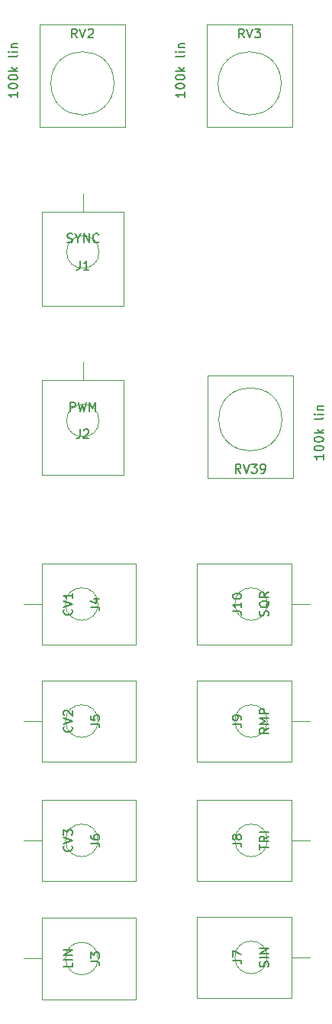
<source format=gbr>
G04 #@! TF.GenerationSoftware,KiCad,Pcbnew,(5.0.1)-4*
G04 #@! TF.CreationDate,2019-03-05T01:35:27-06:00*
G04 #@! TF.ProjectId,VCO,56434F2E6B696361645F706362000000,rev?*
G04 #@! TF.SameCoordinates,Original*
G04 #@! TF.FileFunction,Other,Fab,Top*
%FSLAX46Y46*%
G04 Gerber Fmt 4.6, Leading zero omitted, Abs format (unit mm)*
G04 Created by KiCad (PCBNEW (5.0.1)-4) date 3/5/2019 1:35:27*
%MOMM*%
%LPD*%
G01*
G04 APERTURE LIST*
%ADD10C,0.100000*%
%ADD11C,0.150000*%
G04 APERTURE END LIST*
D10*
G04 #@! TO.C,J9*
X166082000Y135056000D02*
X176482000Y135056000D01*
X166082000Y126056000D02*
X176482000Y126056000D01*
X166082000Y126056000D02*
X166082000Y135056000D01*
X176532000Y126056000D02*
X176532000Y135056000D01*
X173882000Y130556000D02*
G75*
G03X173882000Y130556000I-1800000J0D01*
G01*
X178562000Y130556000D02*
X176532000Y130556000D01*
G04 #@! TO.C,RV39*
X175498000Y163964000D02*
G75*
G03X175498000Y163964000I-3500000J0D01*
G01*
X167248000Y157464000D02*
X176748000Y157464000D01*
X176748000Y157464000D02*
X176748000Y168814000D01*
X176748000Y168814000D02*
X167248000Y168814000D01*
X167248000Y168814000D02*
X167248000Y157464000D01*
G04 #@! TO.C,RV3*
X175418000Y201161000D02*
G75*
G03X175418000Y201161000I-3500000J0D01*
G01*
X176668000Y207661000D02*
X167168000Y207661000D01*
X167168000Y207661000D02*
X167168000Y196311000D01*
X167168000Y196311000D02*
X176668000Y196311000D01*
X176668000Y196311000D02*
X176668000Y207661000D01*
G04 #@! TO.C,RV2*
X156876000Y201161000D02*
G75*
G03X156876000Y201161000I-3500000J0D01*
G01*
X158126000Y207661000D02*
X148626000Y207661000D01*
X148626000Y207661000D02*
X148626000Y196311000D01*
X148626000Y196311000D02*
X158126000Y196311000D01*
X158126000Y196311000D02*
X158126000Y207661000D01*
G04 #@! TO.C,J1*
X153416000Y188976000D02*
X153416000Y186946000D01*
X155216000Y182496000D02*
G75*
G03X155216000Y182496000I-1800000J0D01*
G01*
X157916000Y186946000D02*
X148916000Y186946000D01*
X157916000Y176496000D02*
X148916000Y176496000D01*
X157916000Y176496000D02*
X157916000Y186896000D01*
X148916000Y176496000D02*
X148916000Y186896000D01*
G04 #@! TO.C,J2*
X148916000Y157827000D02*
X148916000Y168227000D01*
X157916000Y157827000D02*
X157916000Y168227000D01*
X157916000Y157827000D02*
X148916000Y157827000D01*
X157916000Y168277000D02*
X148916000Y168277000D01*
X155216000Y163827000D02*
G75*
G03X155216000Y163827000I-1800000J0D01*
G01*
X153416000Y170307000D02*
X153416000Y168277000D01*
G04 #@! TO.C,J3*
X159292000Y99767000D02*
X148892000Y99767000D01*
X159292000Y108767000D02*
X148892000Y108767000D01*
X159292000Y108767000D02*
X159292000Y99767000D01*
X148842000Y108767000D02*
X148842000Y99767000D01*
X155092000Y104267000D02*
G75*
G03X155092000Y104267000I-1800000J0D01*
G01*
X146812000Y104267000D02*
X148842000Y104267000D01*
G04 #@! TO.C,J4*
X159292000Y139010000D02*
X148892000Y139010000D01*
X159292000Y148010000D02*
X148892000Y148010000D01*
X159292000Y148010000D02*
X159292000Y139010000D01*
X148842000Y148010000D02*
X148842000Y139010000D01*
X155092000Y143510000D02*
G75*
G03X155092000Y143510000I-1800000J0D01*
G01*
X146812000Y143510000D02*
X148842000Y143510000D01*
G04 #@! TO.C,J5*
X146812000Y130556000D02*
X148842000Y130556000D01*
X155092000Y130556000D02*
G75*
G03X155092000Y130556000I-1800000J0D01*
G01*
X148842000Y135056000D02*
X148842000Y126056000D01*
X159292000Y135056000D02*
X159292000Y126056000D01*
X159292000Y135056000D02*
X148892000Y135056000D01*
X159292000Y126056000D02*
X148892000Y126056000D01*
G04 #@! TO.C,J6*
X159292000Y112848000D02*
X148892000Y112848000D01*
X159292000Y121848000D02*
X148892000Y121848000D01*
X159292000Y121848000D02*
X159292000Y112848000D01*
X148842000Y121848000D02*
X148842000Y112848000D01*
X155092000Y117348000D02*
G75*
G03X155092000Y117348000I-1800000J0D01*
G01*
X146812000Y117348000D02*
X148842000Y117348000D01*
G04 #@! TO.C,J7*
X178562000Y104394000D02*
X176532000Y104394000D01*
X173882000Y104394000D02*
G75*
G03X173882000Y104394000I-1800000J0D01*
G01*
X176532000Y99894000D02*
X176532000Y108894000D01*
X166082000Y99894000D02*
X166082000Y108894000D01*
X166082000Y99894000D02*
X176482000Y99894000D01*
X166082000Y108894000D02*
X176482000Y108894000D01*
G04 #@! TO.C,J8*
X178562000Y117348000D02*
X176532000Y117348000D01*
X173882000Y117348000D02*
G75*
G03X173882000Y117348000I-1800000J0D01*
G01*
X176532000Y112848000D02*
X176532000Y121848000D01*
X166082000Y112848000D02*
X166082000Y121848000D01*
X166082000Y112848000D02*
X176482000Y112848000D01*
X166082000Y121848000D02*
X176482000Y121848000D01*
G04 #@! TO.C,J10*
X178562000Y143510000D02*
X176532000Y143510000D01*
X173882000Y143510000D02*
G75*
G03X173882000Y143510000I-1800000J0D01*
G01*
X176532000Y139010000D02*
X176532000Y148010000D01*
X166082000Y139010000D02*
X166082000Y148010000D01*
X166082000Y139010000D02*
X176482000Y139010000D01*
X166082000Y148010000D02*
X176482000Y148010000D01*
G04 #@! TD*
G04 #@! TO.C,J9*
D11*
X174014380Y129794095D02*
X173538190Y129460761D01*
X174014380Y129222666D02*
X173014380Y129222666D01*
X173014380Y129603619D01*
X173062000Y129698857D01*
X173109619Y129746476D01*
X173204857Y129794095D01*
X173347714Y129794095D01*
X173442952Y129746476D01*
X173490571Y129698857D01*
X173538190Y129603619D01*
X173538190Y129222666D01*
X174014380Y130222666D02*
X173014380Y130222666D01*
X173728666Y130556000D01*
X173014380Y130889333D01*
X174014380Y130889333D01*
X174014380Y131365523D02*
X173014380Y131365523D01*
X173014380Y131746476D01*
X173062000Y131841714D01*
X173109619Y131889333D01*
X173204857Y131936952D01*
X173347714Y131936952D01*
X173442952Y131889333D01*
X173490571Y131841714D01*
X173538190Y131746476D01*
X173538190Y131365523D01*
X170014380Y130222666D02*
X170728666Y130222666D01*
X170871523Y130175047D01*
X170966761Y130079809D01*
X171014380Y129936952D01*
X171014380Y129841714D01*
X171014380Y130746476D02*
X171014380Y130936952D01*
X170966761Y131032190D01*
X170919142Y131079809D01*
X170776285Y131175047D01*
X170585809Y131222666D01*
X170204857Y131222666D01*
X170109619Y131175047D01*
X170062000Y131127428D01*
X170014380Y131032190D01*
X170014380Y130841714D01*
X170062000Y130746476D01*
X170109619Y130698857D01*
X170204857Y130651238D01*
X170442952Y130651238D01*
X170538190Y130698857D01*
X170585809Y130746476D01*
X170633428Y130841714D01*
X170633428Y131032190D01*
X170585809Y131127428D01*
X170538190Y131175047D01*
X170442952Y131222666D01*
G04 #@! TO.C,RV39*
X180100380Y160109238D02*
X180100380Y159537809D01*
X180100380Y159823523D02*
X179100380Y159823523D01*
X179243238Y159728285D01*
X179338476Y159633047D01*
X179386095Y159537809D01*
X179100380Y160728285D02*
X179100380Y160823523D01*
X179148000Y160918761D01*
X179195619Y160966380D01*
X179290857Y161014000D01*
X179481333Y161061619D01*
X179719428Y161061619D01*
X179909904Y161014000D01*
X180005142Y160966380D01*
X180052761Y160918761D01*
X180100380Y160823523D01*
X180100380Y160728285D01*
X180052761Y160633047D01*
X180005142Y160585428D01*
X179909904Y160537809D01*
X179719428Y160490190D01*
X179481333Y160490190D01*
X179290857Y160537809D01*
X179195619Y160585428D01*
X179148000Y160633047D01*
X179100380Y160728285D01*
X179100380Y161680666D02*
X179100380Y161775904D01*
X179148000Y161871142D01*
X179195619Y161918761D01*
X179290857Y161966380D01*
X179481333Y162014000D01*
X179719428Y162014000D01*
X179909904Y161966380D01*
X180005142Y161918761D01*
X180052761Y161871142D01*
X180100380Y161775904D01*
X180100380Y161680666D01*
X180052761Y161585428D01*
X180005142Y161537809D01*
X179909904Y161490190D01*
X179719428Y161442571D01*
X179481333Y161442571D01*
X179290857Y161490190D01*
X179195619Y161537809D01*
X179148000Y161585428D01*
X179100380Y161680666D01*
X180100380Y162442571D02*
X179100380Y162442571D01*
X179719428Y162537809D02*
X180100380Y162823523D01*
X179433714Y162823523D02*
X179814666Y162442571D01*
X180100380Y164156857D02*
X180052761Y164061619D01*
X179957523Y164014000D01*
X179100380Y164014000D01*
X180100380Y164537809D02*
X179433714Y164537809D01*
X179100380Y164537809D02*
X179148000Y164490190D01*
X179195619Y164537809D01*
X179148000Y164585428D01*
X179100380Y164537809D01*
X179195619Y164537809D01*
X179433714Y165014000D02*
X180100380Y165014000D01*
X179528952Y165014000D02*
X179481333Y165061619D01*
X179433714Y165156857D01*
X179433714Y165299714D01*
X179481333Y165394952D01*
X179576571Y165442571D01*
X180100380Y165442571D01*
X170926571Y158011619D02*
X170593238Y158487809D01*
X170355142Y158011619D02*
X170355142Y159011619D01*
X170736095Y159011619D01*
X170831333Y158964000D01*
X170878952Y158916380D01*
X170926571Y158821142D01*
X170926571Y158678285D01*
X170878952Y158583047D01*
X170831333Y158535428D01*
X170736095Y158487809D01*
X170355142Y158487809D01*
X171212285Y159011619D02*
X171545619Y158011619D01*
X171878952Y159011619D01*
X172117047Y159011619D02*
X172736095Y159011619D01*
X172402761Y158630666D01*
X172545619Y158630666D01*
X172640857Y158583047D01*
X172688476Y158535428D01*
X172736095Y158440190D01*
X172736095Y158202095D01*
X172688476Y158106857D01*
X172640857Y158059238D01*
X172545619Y158011619D01*
X172259904Y158011619D01*
X172164666Y158059238D01*
X172117047Y158106857D01*
X173212285Y158011619D02*
X173402761Y158011619D01*
X173498000Y158059238D01*
X173545619Y158106857D01*
X173640857Y158249714D01*
X173688476Y158440190D01*
X173688476Y158821142D01*
X173640857Y158916380D01*
X173593238Y158964000D01*
X173498000Y159011619D01*
X173307523Y159011619D01*
X173212285Y158964000D01*
X173164666Y158916380D01*
X173117047Y158821142D01*
X173117047Y158583047D01*
X173164666Y158487809D01*
X173212285Y158440190D01*
X173307523Y158392571D01*
X173498000Y158392571D01*
X173593238Y158440190D01*
X173640857Y158487809D01*
X173688476Y158583047D01*
G04 #@! TO.C,RV3*
X164720380Y200206238D02*
X164720380Y199634809D01*
X164720380Y199920523D02*
X163720380Y199920523D01*
X163863238Y199825285D01*
X163958476Y199730047D01*
X164006095Y199634809D01*
X163720380Y200825285D02*
X163720380Y200920523D01*
X163768000Y201015761D01*
X163815619Y201063380D01*
X163910857Y201111000D01*
X164101333Y201158619D01*
X164339428Y201158619D01*
X164529904Y201111000D01*
X164625142Y201063380D01*
X164672761Y201015761D01*
X164720380Y200920523D01*
X164720380Y200825285D01*
X164672761Y200730047D01*
X164625142Y200682428D01*
X164529904Y200634809D01*
X164339428Y200587190D01*
X164101333Y200587190D01*
X163910857Y200634809D01*
X163815619Y200682428D01*
X163768000Y200730047D01*
X163720380Y200825285D01*
X163720380Y201777666D02*
X163720380Y201872904D01*
X163768000Y201968142D01*
X163815619Y202015761D01*
X163910857Y202063380D01*
X164101333Y202111000D01*
X164339428Y202111000D01*
X164529904Y202063380D01*
X164625142Y202015761D01*
X164672761Y201968142D01*
X164720380Y201872904D01*
X164720380Y201777666D01*
X164672761Y201682428D01*
X164625142Y201634809D01*
X164529904Y201587190D01*
X164339428Y201539571D01*
X164101333Y201539571D01*
X163910857Y201587190D01*
X163815619Y201634809D01*
X163768000Y201682428D01*
X163720380Y201777666D01*
X164720380Y202539571D02*
X163720380Y202539571D01*
X164339428Y202634809D02*
X164720380Y202920523D01*
X164053714Y202920523D02*
X164434666Y202539571D01*
X164720380Y204253857D02*
X164672761Y204158619D01*
X164577523Y204111000D01*
X163720380Y204111000D01*
X164720380Y204634809D02*
X164053714Y204634809D01*
X163720380Y204634809D02*
X163768000Y204587190D01*
X163815619Y204634809D01*
X163768000Y204682428D01*
X163720380Y204634809D01*
X163815619Y204634809D01*
X164053714Y205111000D02*
X164720380Y205111000D01*
X164148952Y205111000D02*
X164101333Y205158619D01*
X164053714Y205253857D01*
X164053714Y205396714D01*
X164101333Y205491952D01*
X164196571Y205539571D01*
X164720380Y205539571D01*
X171322761Y206208619D02*
X170989428Y206684809D01*
X170751333Y206208619D02*
X170751333Y207208619D01*
X171132285Y207208619D01*
X171227523Y207161000D01*
X171275142Y207113380D01*
X171322761Y207018142D01*
X171322761Y206875285D01*
X171275142Y206780047D01*
X171227523Y206732428D01*
X171132285Y206684809D01*
X170751333Y206684809D01*
X171608476Y207208619D02*
X171941809Y206208619D01*
X172275142Y207208619D01*
X172513238Y207208619D02*
X173132285Y207208619D01*
X172798952Y206827666D01*
X172941809Y206827666D01*
X173037047Y206780047D01*
X173084666Y206732428D01*
X173132285Y206637190D01*
X173132285Y206399095D01*
X173084666Y206303857D01*
X173037047Y206256238D01*
X172941809Y206208619D01*
X172656095Y206208619D01*
X172560857Y206256238D01*
X172513238Y206303857D01*
G04 #@! TO.C,RV2*
X146178380Y200206238D02*
X146178380Y199634809D01*
X146178380Y199920523D02*
X145178380Y199920523D01*
X145321238Y199825285D01*
X145416476Y199730047D01*
X145464095Y199634809D01*
X145178380Y200825285D02*
X145178380Y200920523D01*
X145226000Y201015761D01*
X145273619Y201063380D01*
X145368857Y201111000D01*
X145559333Y201158619D01*
X145797428Y201158619D01*
X145987904Y201111000D01*
X146083142Y201063380D01*
X146130761Y201015761D01*
X146178380Y200920523D01*
X146178380Y200825285D01*
X146130761Y200730047D01*
X146083142Y200682428D01*
X145987904Y200634809D01*
X145797428Y200587190D01*
X145559333Y200587190D01*
X145368857Y200634809D01*
X145273619Y200682428D01*
X145226000Y200730047D01*
X145178380Y200825285D01*
X145178380Y201777666D02*
X145178380Y201872904D01*
X145226000Y201968142D01*
X145273619Y202015761D01*
X145368857Y202063380D01*
X145559333Y202111000D01*
X145797428Y202111000D01*
X145987904Y202063380D01*
X146083142Y202015761D01*
X146130761Y201968142D01*
X146178380Y201872904D01*
X146178380Y201777666D01*
X146130761Y201682428D01*
X146083142Y201634809D01*
X145987904Y201587190D01*
X145797428Y201539571D01*
X145559333Y201539571D01*
X145368857Y201587190D01*
X145273619Y201634809D01*
X145226000Y201682428D01*
X145178380Y201777666D01*
X146178380Y202539571D02*
X145178380Y202539571D01*
X145797428Y202634809D02*
X146178380Y202920523D01*
X145511714Y202920523D02*
X145892666Y202539571D01*
X146178380Y204253857D02*
X146130761Y204158619D01*
X146035523Y204111000D01*
X145178380Y204111000D01*
X146178380Y204634809D02*
X145511714Y204634809D01*
X145178380Y204634809D02*
X145226000Y204587190D01*
X145273619Y204634809D01*
X145226000Y204682428D01*
X145178380Y204634809D01*
X145273619Y204634809D01*
X145511714Y205111000D02*
X146178380Y205111000D01*
X145606952Y205111000D02*
X145559333Y205158619D01*
X145511714Y205253857D01*
X145511714Y205396714D01*
X145559333Y205491952D01*
X145654571Y205539571D01*
X146178380Y205539571D01*
X152780761Y206208619D02*
X152447428Y206684809D01*
X152209333Y206208619D02*
X152209333Y207208619D01*
X152590285Y207208619D01*
X152685523Y207161000D01*
X152733142Y207113380D01*
X152780761Y207018142D01*
X152780761Y206875285D01*
X152733142Y206780047D01*
X152685523Y206732428D01*
X152590285Y206684809D01*
X152209333Y206684809D01*
X153066476Y207208619D02*
X153399809Y206208619D01*
X153733142Y207208619D01*
X154018857Y207113380D02*
X154066476Y207161000D01*
X154161714Y207208619D01*
X154399809Y207208619D01*
X154495047Y207161000D01*
X154542666Y207113380D01*
X154590285Y207018142D01*
X154590285Y206922904D01*
X154542666Y206780047D01*
X153971238Y206208619D01*
X154590285Y206208619D01*
G04 #@! TO.C,J1*
X151677904Y183571238D02*
X151820761Y183523619D01*
X152058857Y183523619D01*
X152154095Y183571238D01*
X152201714Y183618857D01*
X152249333Y183714095D01*
X152249333Y183809333D01*
X152201714Y183904571D01*
X152154095Y183952190D01*
X152058857Y183999809D01*
X151868380Y184047428D01*
X151773142Y184095047D01*
X151725523Y184142666D01*
X151677904Y184237904D01*
X151677904Y184333142D01*
X151725523Y184428380D01*
X151773142Y184476000D01*
X151868380Y184523619D01*
X152106476Y184523619D01*
X152249333Y184476000D01*
X152868380Y183999809D02*
X152868380Y183523619D01*
X152535047Y184523619D02*
X152868380Y183999809D01*
X153201714Y184523619D01*
X153535047Y183523619D02*
X153535047Y184523619D01*
X154106476Y183523619D01*
X154106476Y184523619D01*
X155154095Y183618857D02*
X155106476Y183571238D01*
X154963619Y183523619D01*
X154868380Y183523619D01*
X154725523Y183571238D01*
X154630285Y183666476D01*
X154582666Y183761714D01*
X154535047Y183952190D01*
X154535047Y184095047D01*
X154582666Y184285523D01*
X154630285Y184380761D01*
X154725523Y184476000D01*
X154868380Y184523619D01*
X154963619Y184523619D01*
X155106476Y184476000D01*
X155154095Y184428380D01*
X153082666Y181523619D02*
X153082666Y180809333D01*
X153035047Y180666476D01*
X152939809Y180571238D01*
X152796952Y180523619D01*
X152701714Y180523619D01*
X154082666Y180523619D02*
X153511238Y180523619D01*
X153796952Y180523619D02*
X153796952Y181523619D01*
X153701714Y181380761D01*
X153606476Y181285523D01*
X153511238Y181237904D01*
G04 #@! TO.C,J2*
X152011238Y164854619D02*
X152011238Y165854619D01*
X152392190Y165854619D01*
X152487428Y165807000D01*
X152535047Y165759380D01*
X152582666Y165664142D01*
X152582666Y165521285D01*
X152535047Y165426047D01*
X152487428Y165378428D01*
X152392190Y165330809D01*
X152011238Y165330809D01*
X152916000Y165854619D02*
X153154095Y164854619D01*
X153344571Y165568904D01*
X153535047Y164854619D01*
X153773142Y165854619D01*
X154154095Y164854619D02*
X154154095Y165854619D01*
X154487428Y165140333D01*
X154820761Y165854619D01*
X154820761Y164854619D01*
X153082666Y162854619D02*
X153082666Y162140333D01*
X153035047Y161997476D01*
X152939809Y161902238D01*
X152796952Y161854619D01*
X152701714Y161854619D01*
X153511238Y162759380D02*
X153558857Y162807000D01*
X153654095Y162854619D01*
X153892190Y162854619D01*
X153987428Y162807000D01*
X154035047Y162759380D01*
X154082666Y162664142D01*
X154082666Y162568904D01*
X154035047Y162426047D01*
X153463619Y161854619D01*
X154082666Y161854619D01*
G04 #@! TO.C,J3*
X152264380Y103814619D02*
X152264380Y103338428D01*
X151264380Y103338428D01*
X152264380Y104147952D02*
X151264380Y104147952D01*
X152264380Y104624142D02*
X151264380Y104624142D01*
X152264380Y105195571D01*
X151264380Y105195571D01*
X154264380Y103933666D02*
X154978666Y103933666D01*
X155121523Y103886047D01*
X155216761Y103790809D01*
X155264380Y103647952D01*
X155264380Y103552714D01*
X154264380Y104314619D02*
X154264380Y104933666D01*
X154645333Y104600333D01*
X154645333Y104743190D01*
X154692952Y104838428D01*
X154740571Y104886047D01*
X154835809Y104933666D01*
X155073904Y104933666D01*
X155169142Y104886047D01*
X155216761Y104838428D01*
X155264380Y104743190D01*
X155264380Y104457476D01*
X155216761Y104362238D01*
X155169142Y104314619D01*
G04 #@! TO.C,J4*
X152169142Y142914761D02*
X152216761Y142867142D01*
X152264380Y142724285D01*
X152264380Y142629047D01*
X152216761Y142486190D01*
X152121523Y142390952D01*
X152026285Y142343333D01*
X151835809Y142295714D01*
X151692952Y142295714D01*
X151502476Y142343333D01*
X151407238Y142390952D01*
X151312000Y142486190D01*
X151264380Y142629047D01*
X151264380Y142724285D01*
X151312000Y142867142D01*
X151359619Y142914761D01*
X151264380Y143200476D02*
X152264380Y143533809D01*
X151264380Y143867142D01*
X152264380Y144724285D02*
X152264380Y144152857D01*
X152264380Y144438571D02*
X151264380Y144438571D01*
X151407238Y144343333D01*
X151502476Y144248095D01*
X151550095Y144152857D01*
X154264380Y143176666D02*
X154978666Y143176666D01*
X155121523Y143129047D01*
X155216761Y143033809D01*
X155264380Y142890952D01*
X155264380Y142795714D01*
X154597714Y144081428D02*
X155264380Y144081428D01*
X154216761Y143843333D02*
X154931047Y143605238D01*
X154931047Y144224285D01*
G04 #@! TO.C,J5*
X152169142Y129960761D02*
X152216761Y129913142D01*
X152264380Y129770285D01*
X152264380Y129675047D01*
X152216761Y129532190D01*
X152121523Y129436952D01*
X152026285Y129389333D01*
X151835809Y129341714D01*
X151692952Y129341714D01*
X151502476Y129389333D01*
X151407238Y129436952D01*
X151312000Y129532190D01*
X151264380Y129675047D01*
X151264380Y129770285D01*
X151312000Y129913142D01*
X151359619Y129960761D01*
X151264380Y130246476D02*
X152264380Y130579809D01*
X151264380Y130913142D01*
X151359619Y131198857D02*
X151312000Y131246476D01*
X151264380Y131341714D01*
X151264380Y131579809D01*
X151312000Y131675047D01*
X151359619Y131722666D01*
X151454857Y131770285D01*
X151550095Y131770285D01*
X151692952Y131722666D01*
X152264380Y131151238D01*
X152264380Y131770285D01*
X154264380Y130222666D02*
X154978666Y130222666D01*
X155121523Y130175047D01*
X155216761Y130079809D01*
X155264380Y129936952D01*
X155264380Y129841714D01*
X154264380Y131175047D02*
X154264380Y130698857D01*
X154740571Y130651238D01*
X154692952Y130698857D01*
X154645333Y130794095D01*
X154645333Y131032190D01*
X154692952Y131127428D01*
X154740571Y131175047D01*
X154835809Y131222666D01*
X155073904Y131222666D01*
X155169142Y131175047D01*
X155216761Y131127428D01*
X155264380Y131032190D01*
X155264380Y130794095D01*
X155216761Y130698857D01*
X155169142Y130651238D01*
G04 #@! TO.C,J6*
X152169142Y116752761D02*
X152216761Y116705142D01*
X152264380Y116562285D01*
X152264380Y116467047D01*
X152216761Y116324190D01*
X152121523Y116228952D01*
X152026285Y116181333D01*
X151835809Y116133714D01*
X151692952Y116133714D01*
X151502476Y116181333D01*
X151407238Y116228952D01*
X151312000Y116324190D01*
X151264380Y116467047D01*
X151264380Y116562285D01*
X151312000Y116705142D01*
X151359619Y116752761D01*
X151264380Y117038476D02*
X152264380Y117371809D01*
X151264380Y117705142D01*
X151264380Y117943238D02*
X151264380Y118562285D01*
X151645333Y118228952D01*
X151645333Y118371809D01*
X151692952Y118467047D01*
X151740571Y118514666D01*
X151835809Y118562285D01*
X152073904Y118562285D01*
X152169142Y118514666D01*
X152216761Y118467047D01*
X152264380Y118371809D01*
X152264380Y118086095D01*
X152216761Y117990857D01*
X152169142Y117943238D01*
X154264380Y117014666D02*
X154978666Y117014666D01*
X155121523Y116967047D01*
X155216761Y116871809D01*
X155264380Y116728952D01*
X155264380Y116633714D01*
X154264380Y117919428D02*
X154264380Y117728952D01*
X154312000Y117633714D01*
X154359619Y117586095D01*
X154502476Y117490857D01*
X154692952Y117443238D01*
X155073904Y117443238D01*
X155169142Y117490857D01*
X155216761Y117538476D01*
X155264380Y117633714D01*
X155264380Y117824190D01*
X155216761Y117919428D01*
X155169142Y117967047D01*
X155073904Y118014666D01*
X154835809Y118014666D01*
X154740571Y117967047D01*
X154692952Y117919428D01*
X154645333Y117824190D01*
X154645333Y117633714D01*
X154692952Y117538476D01*
X154740571Y117490857D01*
X154835809Y117443238D01*
G04 #@! TO.C,J7*
X173966761Y103346380D02*
X174014380Y103489238D01*
X174014380Y103727333D01*
X173966761Y103822571D01*
X173919142Y103870190D01*
X173823904Y103917809D01*
X173728666Y103917809D01*
X173633428Y103870190D01*
X173585809Y103822571D01*
X173538190Y103727333D01*
X173490571Y103536857D01*
X173442952Y103441619D01*
X173395333Y103394000D01*
X173300095Y103346380D01*
X173204857Y103346380D01*
X173109619Y103394000D01*
X173062000Y103441619D01*
X173014380Y103536857D01*
X173014380Y103774952D01*
X173062000Y103917809D01*
X174014380Y104346380D02*
X173014380Y104346380D01*
X174014380Y104822571D02*
X173014380Y104822571D01*
X174014380Y105394000D01*
X173014380Y105394000D01*
X170014380Y104060666D02*
X170728666Y104060666D01*
X170871523Y104013047D01*
X170966761Y103917809D01*
X171014380Y103774952D01*
X171014380Y103679714D01*
X170014380Y104441619D02*
X170014380Y105108285D01*
X171014380Y104679714D01*
G04 #@! TO.C,J8*
X173014380Y116324190D02*
X173014380Y116895619D01*
X174014380Y116609904D02*
X173014380Y116609904D01*
X174014380Y117800380D02*
X173538190Y117467047D01*
X174014380Y117228952D02*
X173014380Y117228952D01*
X173014380Y117609904D01*
X173062000Y117705142D01*
X173109619Y117752761D01*
X173204857Y117800380D01*
X173347714Y117800380D01*
X173442952Y117752761D01*
X173490571Y117705142D01*
X173538190Y117609904D01*
X173538190Y117228952D01*
X174014380Y118228952D02*
X173014380Y118228952D01*
X170014380Y117014666D02*
X170728666Y117014666D01*
X170871523Y116967047D01*
X170966761Y116871809D01*
X171014380Y116728952D01*
X171014380Y116633714D01*
X170442952Y117633714D02*
X170395333Y117538476D01*
X170347714Y117490857D01*
X170252476Y117443238D01*
X170204857Y117443238D01*
X170109619Y117490857D01*
X170062000Y117538476D01*
X170014380Y117633714D01*
X170014380Y117824190D01*
X170062000Y117919428D01*
X170109619Y117967047D01*
X170204857Y118014666D01*
X170252476Y118014666D01*
X170347714Y117967047D01*
X170395333Y117919428D01*
X170442952Y117824190D01*
X170442952Y117633714D01*
X170490571Y117538476D01*
X170538190Y117490857D01*
X170633428Y117443238D01*
X170823904Y117443238D01*
X170919142Y117490857D01*
X170966761Y117538476D01*
X171014380Y117633714D01*
X171014380Y117824190D01*
X170966761Y117919428D01*
X170919142Y117967047D01*
X170823904Y118014666D01*
X170633428Y118014666D01*
X170538190Y117967047D01*
X170490571Y117919428D01*
X170442952Y117824190D01*
G04 #@! TO.C,J10*
X173966761Y142200476D02*
X174014380Y142343333D01*
X174014380Y142581428D01*
X173966761Y142676666D01*
X173919142Y142724285D01*
X173823904Y142771904D01*
X173728666Y142771904D01*
X173633428Y142724285D01*
X173585809Y142676666D01*
X173538190Y142581428D01*
X173490571Y142390952D01*
X173442952Y142295714D01*
X173395333Y142248095D01*
X173300095Y142200476D01*
X173204857Y142200476D01*
X173109619Y142248095D01*
X173062000Y142295714D01*
X173014380Y142390952D01*
X173014380Y142629047D01*
X173062000Y142771904D01*
X174109619Y143867142D02*
X174062000Y143771904D01*
X173966761Y143676666D01*
X173823904Y143533809D01*
X173776285Y143438571D01*
X173776285Y143343333D01*
X174014380Y143390952D02*
X173966761Y143295714D01*
X173871523Y143200476D01*
X173681047Y143152857D01*
X173347714Y143152857D01*
X173157238Y143200476D01*
X173062000Y143295714D01*
X173014380Y143390952D01*
X173014380Y143581428D01*
X173062000Y143676666D01*
X173157238Y143771904D01*
X173347714Y143819523D01*
X173681047Y143819523D01*
X173871523Y143771904D01*
X173966761Y143676666D01*
X174014380Y143581428D01*
X174014380Y143390952D01*
X174014380Y144819523D02*
X173538190Y144486190D01*
X174014380Y144248095D02*
X173014380Y144248095D01*
X173014380Y144629047D01*
X173062000Y144724285D01*
X173109619Y144771904D01*
X173204857Y144819523D01*
X173347714Y144819523D01*
X173442952Y144771904D01*
X173490571Y144724285D01*
X173538190Y144629047D01*
X173538190Y144248095D01*
X170014380Y142700476D02*
X170728666Y142700476D01*
X170871523Y142652857D01*
X170966761Y142557619D01*
X171014380Y142414761D01*
X171014380Y142319523D01*
X171014380Y143700476D02*
X171014380Y143129047D01*
X171014380Y143414761D02*
X170014380Y143414761D01*
X170157238Y143319523D01*
X170252476Y143224285D01*
X170300095Y143129047D01*
X170014380Y144319523D02*
X170014380Y144414761D01*
X170062000Y144510000D01*
X170109619Y144557619D01*
X170204857Y144605238D01*
X170395333Y144652857D01*
X170633428Y144652857D01*
X170823904Y144605238D01*
X170919142Y144557619D01*
X170966761Y144510000D01*
X171014380Y144414761D01*
X171014380Y144319523D01*
X170966761Y144224285D01*
X170919142Y144176666D01*
X170823904Y144129047D01*
X170633428Y144081428D01*
X170395333Y144081428D01*
X170204857Y144129047D01*
X170109619Y144176666D01*
X170062000Y144224285D01*
X170014380Y144319523D01*
G04 #@! TD*
M02*

</source>
